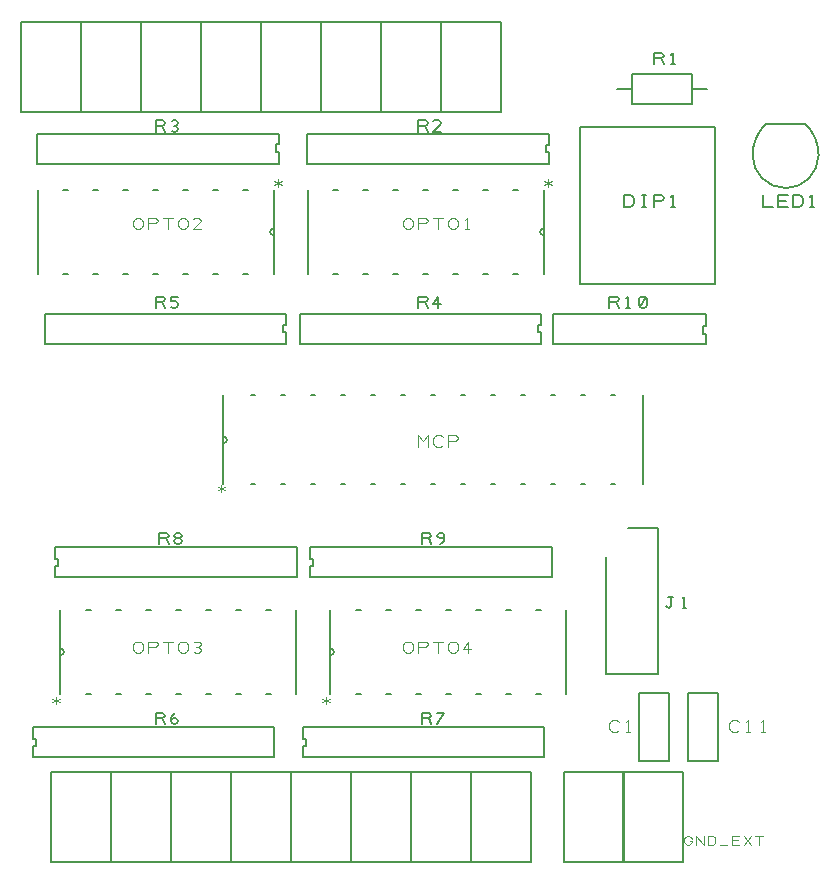
<source format=gbr>
G04 EasyPC Gerber Version 20.0.2 Build 4112 *
G04 #@! TF.Part,Single*
G04 #@! TF.FileFunction,Legend,Top *
%FSLAX35Y35*%
%MOIN*%
%ADD21C,0.00100*%
%ADD13C,0.00300*%
%ADD11C,0.00500*%
%ADD12C,0.00600*%
%ADD76C,0.00787*%
X0Y0D02*
D02*
D11*
X42750Y250407D02*
X62750D01*
Y280407*
X42750*
Y250407*
X46809Y35368D02*
X127309D01*
Y45368*
X46809*
Y41368*
X47809*
Y38868*
X46809*
Y35368*
X52809Y368D02*
X72809D01*
Y30368*
X52809*
Y368*
X54250Y95368D02*
X134750D01*
Y105368*
X54250*
Y101368*
X55250*
Y98868*
X54250*
Y95368*
X62750Y250407D02*
X82750D01*
Y280407*
X62750*
Y250407*
X72809Y368D02*
X92809D01*
Y30368*
X72809*
Y368*
X82750Y250407D02*
X102750D01*
Y280407*
X82750*
Y250407*
X87750Y46306D02*
Y50056D01*
X89937*
X90563Y49743*
X90875Y49118*
X90563Y48493*
X89937Y48181*
X87750*
X89937D02*
X90875Y46306D01*
X92750Y47243D02*
X93063Y47868D01*
X93687Y48181*
X94313*
X94937Y47868*
X95250Y47243*
X94937Y46618*
X94313Y46306*
X93687*
X93063Y46618*
X92750Y47243*
Y48181*
X93063Y49118*
X93687Y49743*
X94313Y50056*
X87750Y185056D02*
Y188806D01*
X89937*
X90563Y188493*
X90875Y187868*
X90563Y187243*
X89937Y186931*
X87750*
X89937D02*
X90875Y185056D01*
X92750Y185368D02*
X93375Y185056D01*
X94313*
X94937Y185368*
X95250Y185993*
Y186306*
X94937Y186931*
X94313Y187243*
X92750*
Y188806*
X95250*
X87750Y243806D02*
Y247556D01*
X89937*
X90563Y247243*
X90875Y246618*
X90563Y245993*
X89937Y245681*
X87750*
X89937D02*
X90875Y243806D01*
X93063Y244118D02*
X93687Y243806D01*
X94313*
X94937Y244118*
X95250Y244743*
X94937Y245368*
X94313Y245681*
X93687*
X94313D02*
X94937Y245993D01*
X95250Y246618*
X94937Y247243*
X94313Y247556*
X93687*
X93063Y247243*
X89000Y106306D02*
Y110056D01*
X91187*
X91813Y109743*
X92125Y109118*
X91813Y108493*
X91187Y108181*
X89000*
X91187D02*
X92125Y106306D01*
X94937Y108181D02*
X95563D01*
X96187Y108493*
X96500Y109118*
X96187Y109743*
X95563Y110056*
X94937*
X94313Y109743*
X94000Y109118*
X94313Y108493*
X94937Y108181*
X94313Y107868*
X94000Y107243*
X94313Y106618*
X94937Y106306*
X95563*
X96187Y106618*
X96500Y107243*
X96187Y107868*
X95563Y108181*
X92809Y368D02*
X112809D01*
Y30368*
X92809*
Y368*
X102750Y250407D02*
X122750D01*
Y280407*
X102750*
Y250407*
X112809Y368D02*
X132809D01*
Y30368*
X112809*
Y368*
X122750Y250407D02*
X142750D01*
Y280407*
X122750*
Y250407*
X128750Y243124D02*
X48250D01*
Y233124*
X128750*
Y237124*
X127750*
Y239624*
X128750*
Y243124*
X131250Y182868D02*
X50750D01*
Y172868*
X131250*
Y176868*
X130250*
Y179368*
X131250*
Y182868*
X132809Y368D02*
X152809D01*
Y30368*
X132809*
Y368*
X136809Y35368D02*
X217309D01*
Y45368*
X136809*
Y41368*
X137809*
Y38868*
X136809*
Y35368*
X139250Y95368D02*
X219750D01*
Y105368*
X139250*
Y101368*
X140250*
Y98868*
X139250*
Y95368*
X142750Y250407D02*
X162750D01*
Y280407*
X142750*
Y250407*
X152809Y368D02*
X172809D01*
Y30368*
X152809*
Y368*
X162750Y250407D02*
X182750D01*
Y280407*
X162750*
Y250407*
X172809Y368D02*
X192809D01*
Y30368*
X172809*
Y368*
X175250Y185056D02*
Y188806D01*
X177437*
X178063Y188493*
X178375Y187868*
X178063Y187243*
X177437Y186931*
X175250*
X177437D02*
X178375Y185056D01*
X181813D02*
Y188806D01*
X180250Y186306*
X182750*
X175250Y243806D02*
Y247556D01*
X177437*
X178063Y247243*
X178375Y246618*
X178063Y245993*
X177437Y245681*
X175250*
X177437D02*
X178375Y243806D01*
X182750D02*
X180250D01*
X182437Y245993*
X182750Y246618*
X182437Y247243*
X181813Y247556*
X180875*
X180250Y247243*
X176500Y46306D02*
Y50056D01*
X178687*
X179313Y49743*
X179625Y49118*
X179313Y48493*
X178687Y48181*
X176500*
X178687D02*
X179625Y46306D01*
X181500D02*
X184000Y50056D01*
X181500*
X176500Y106306D02*
Y110056D01*
X178687*
X179313Y109743*
X179625Y109118*
X179313Y108493*
X178687Y108181*
X176500*
X178687D02*
X179625Y106306D01*
X182437D02*
X183063Y106618D01*
X183687Y107243*
X184000Y108181*
Y109118*
X183687Y109743*
X183063Y110056*
X182437*
X181813Y109743*
X181500Y109118*
X181813Y108493*
X182437Y108181*
X183063*
X183687Y108493*
X184000Y109118*
X182750Y250407D02*
X202750D01*
Y280407*
X182750*
Y250407*
X192809Y368D02*
X212809D01*
Y30368*
X192809*
Y368*
X216250Y182868D02*
X135750D01*
Y172868*
X216250*
Y176868*
X215250*
Y179368*
X216250*
Y182868*
X218750Y242888D02*
X138250D01*
Y232888*
X218750*
Y236888*
X217750*
Y239388*
X218750*
Y242888*
X223754Y250D02*
X243754D01*
Y30250*
X223754*
Y250*
X239000Y185056D02*
Y188806D01*
X241187*
X241813Y188493*
X242125Y187868*
X241813Y187243*
X241187Y186931*
X239000*
X241187D02*
X242125Y185056D01*
X244625D02*
X245875D01*
X245250D02*
Y188806D01*
X244625Y188181*
X249313Y185368D02*
X249937Y185056D01*
X250563*
X251187Y185368*
X251500Y185993*
Y187868*
X251187Y188493*
X250563Y188806*
X249937*
X249313Y188493*
X249000Y187868*
Y185993*
X249313Y185368*
X251187Y188493*
X243596Y250D02*
X263596D01*
Y30250*
X243596*
Y250*
X244000Y218806D02*
Y222556D01*
X245875*
X246500Y222243*
X246813Y221931*
X247125Y221306*
Y220056*
X246813Y219431*
X246500Y219118*
X245875Y218806*
X244000*
X249937D02*
X251187D01*
X250563D02*
Y222556D01*
X249937D02*
X251187D01*
X254000Y218806D02*
Y222556D01*
X256187*
X256813Y222243*
X257125Y221618*
X256813Y220993*
X256187Y220681*
X254000*
X259625Y218806D02*
X260875D01*
X260250D02*
Y222556D01*
X259625Y221931*
X246500Y257868D02*
X241500D01*
X249000Y56618D02*
Y34118D01*
X259000*
Y56618*
X249000*
X254000Y266306D02*
Y270056D01*
X256187*
X256813Y269743*
X257125Y269118*
X256813Y268493*
X256187Y268181*
X254000*
X256187D02*
X257125Y266306D01*
X259625D02*
X260875D01*
X260250D02*
Y270056D01*
X259625Y269431*
X257750Y85681D02*
X258063Y85368D01*
X258687Y85056*
X259313Y85368*
X259625Y85681*
Y88806*
X260250*
X259625D02*
X258375D01*
X263375Y85056D02*
X264625D01*
X264000D02*
Y88806D01*
X263375Y88181*
X265250Y56618D02*
Y34118D01*
X275250*
Y56618*
X265250*
X266500Y262868D02*
Y252868D01*
X246500*
Y262868*
X266500*
X271250Y182868D02*
X220250D01*
Y172868*
X271250*
Y176368*
X270250*
Y178868*
X271250*
Y182868*
X271500Y257868D02*
X266500D01*
X274138Y245152D02*
Y192868D01*
X229256*
Y245152*
X274138*
X286700Y235947D02*
G75*
G03X297700Y224947I11000D01*
G01*
G75*
G03X308700Y235947J11000*
G01*
G75*
G03X304400Y246247I-14583J-41*
G01*
X291000*
G75*
G03X286700Y235947I10283J-10341*
G01*
X290250Y222556D02*
Y218806D01*
X293375*
X295250D02*
Y222556D01*
X298375*
X297750Y220681D02*
X295250D01*
Y218806D02*
X298375D01*
X300250D02*
Y222556D01*
X302125*
X302750Y222243*
X303063Y221931*
X303375Y221306*
Y220056*
X303063Y219431*
X302750Y219118*
X302125Y218806*
X300250*
X305875D02*
X307125D01*
X306500D02*
Y222556D01*
X305875Y221931*
D02*
D12*
X48400Y224368D02*
Y196368D01*
X55900Y69168D02*
G75*
G03Y71568J1200D01*
G01*
Y84368D02*
Y56368D01*
X56943Y196368D02*
X58557D01*
Y224368D02*
X56943D01*
X64560Y56368D02*
X66057D01*
Y84368D02*
X64443D01*
X66943Y196368D02*
X68557D01*
Y224368D02*
X66943D01*
X74443Y56368D02*
X76057D01*
Y84368D02*
X74443D01*
X76943Y196368D02*
X78557D01*
Y224368D02*
X76943D01*
X84443Y56368D02*
X86057D01*
Y84368D02*
X84443D01*
X86943Y196368D02*
X88557D01*
Y224368D02*
X86943D01*
X94443Y56368D02*
X96057D01*
Y84368D02*
X94443D01*
X96943Y196368D02*
X98557D01*
Y224368D02*
X96943D01*
X104443Y56368D02*
X106057D01*
Y84368D02*
X104443D01*
X106943Y196368D02*
X108557D01*
Y224368D02*
X106943D01*
X110250Y139868D02*
G75*
G03Y142268J1200D01*
G01*
Y155818D02*
Y126318D01*
X114443Y56368D02*
X116057D01*
Y84368D02*
X114443D01*
X116943Y196368D02*
X118557D01*
X118440Y224368D02*
X116943D01*
X119510Y126318D02*
X120997D01*
Y155818D02*
X119503D01*
X124443Y56368D02*
X126057D01*
Y84368D02*
X124443D01*
X127100Y196368D02*
Y224368D01*
Y211568D02*
G75*
G03Y209168J-1200D01*
G01*
X129503Y126318D02*
X130997D01*
Y155818D02*
X129503D01*
X134600Y56368D02*
Y84368D01*
X138400Y224368D02*
Y196368D01*
X139503Y126318D02*
X140997D01*
Y155818D02*
X139503D01*
X145900Y69168D02*
G75*
G03Y71568J1200D01*
G01*
Y84368D02*
Y56368D01*
X146943Y196368D02*
X148557D01*
Y224368D02*
X146943D01*
X149503Y126318D02*
X150997D01*
Y155818D02*
X149503D01*
X154560Y56368D02*
X156057D01*
Y84368D02*
X154443D01*
X156943Y196368D02*
X158557D01*
Y224368D02*
X156943D01*
X159503Y126318D02*
X160997D01*
Y155818D02*
X159503D01*
X164443Y56368D02*
X166057D01*
Y84368D02*
X164443D01*
X166943Y196368D02*
X168557D01*
Y224368D02*
X166943D01*
X169503Y126318D02*
X170997D01*
Y155818D02*
X169503D01*
X174443Y56368D02*
X176057D01*
Y84368D02*
X174443D01*
X176943Y196368D02*
X178557D01*
Y224368D02*
X176943D01*
X179503Y126318D02*
X180997D01*
Y155818D02*
X179503D01*
X184443Y56368D02*
X186057D01*
Y84368D02*
X184443D01*
X186943Y196368D02*
X188557D01*
Y224368D02*
X186943D01*
X189503Y126318D02*
X190997D01*
Y155818D02*
X189503D01*
X194443Y56368D02*
X196057D01*
Y84368D02*
X194443D01*
X196943Y196368D02*
X198557D01*
Y224368D02*
X196943D01*
X199503Y126318D02*
X200997D01*
Y155818D02*
X199503D01*
X204443Y56368D02*
X206057D01*
Y84368D02*
X204443D01*
X206943Y196368D02*
X208557D01*
X208440Y224368D02*
X206943D01*
X209503Y126318D02*
X210997D01*
Y155818D02*
X209503D01*
X214443Y56368D02*
X216057D01*
Y84368D02*
X214443D01*
X217100Y196368D02*
Y224368D01*
Y211568D02*
G75*
G03Y209168J-1200D01*
G01*
X219503Y126318D02*
X220997D01*
Y155818D02*
X219503D01*
X224600Y56368D02*
Y84368D01*
X229503Y126318D02*
X230997D01*
Y155818D02*
X229503D01*
X239503Y126318D02*
X240997D01*
Y155818D02*
X239503D01*
X250250Y126318D02*
Y155818D01*
D02*
D13*
X54563Y52868D02*
Y55368D01*
X55813Y53493D02*
X53313Y54743D01*
Y53493D02*
X55813Y54743D01*
X80250Y71306D02*
Y72556D01*
X80563Y73181*
X80875Y73493*
X81500Y73806*
X82125*
X82750Y73493*
X83063Y73181*
X83375Y72556*
Y71306*
X83063Y70681*
X82750Y70368*
X82125Y70056*
X81500*
X80875Y70368*
X80563Y70681*
X80250Y71306*
X85250Y70056D02*
Y73806D01*
X87437*
X88063Y73493*
X88375Y72868*
X88063Y72243*
X87437Y71931*
X85250*
X91813Y70056D02*
Y73806D01*
X90250D02*
X93375D01*
X95250Y71306D02*
Y72556D01*
X95563Y73181*
X95875Y73493*
X96500Y73806*
X97125*
X97750Y73493*
X98063Y73181*
X98375Y72556*
Y71306*
X98063Y70681*
X97750Y70368*
X97125Y70056*
X96500*
X95875Y70368*
X95563Y70681*
X95250Y71306*
X100563Y70368D02*
X101187Y70056D01*
X101813*
X102437Y70368*
X102750Y70993*
X102437Y71618*
X101813Y71931*
X101187*
X101813D02*
X102437Y72243D01*
X102750Y72868*
X102437Y73493*
X101813Y73806*
X101187*
X100563Y73493*
X80250Y212556D02*
Y213806D01*
X80563Y214431*
X80875Y214743*
X81500Y215056*
X82125*
X82750Y214743*
X83063Y214431*
X83375Y213806*
Y212556*
X83063Y211931*
X82750Y211618*
X82125Y211306*
X81500*
X80875Y211618*
X80563Y211931*
X80250Y212556*
X85250Y211306D02*
Y215056D01*
X87437*
X88063Y214743*
X88375Y214118*
X88063Y213493*
X87437Y213181*
X85250*
X91813Y211306D02*
Y215056D01*
X90250D02*
X93375D01*
X95250Y212556D02*
Y213806D01*
X95563Y214431*
X95875Y214743*
X96500Y215056*
X97125*
X97750Y214743*
X98063Y214431*
X98375Y213806*
Y212556*
X98063Y211931*
X97750Y211618*
X97125Y211306*
X96500*
X95875Y211618*
X95563Y211931*
X95250Y212556*
X102750Y211306D02*
X100250D01*
X102437Y213493*
X102750Y214118*
X102437Y214743*
X101813Y215056*
X100875*
X100250Y214743*
X109613Y123568D02*
Y126068D01*
X110863Y124193D02*
X108363Y125443D01*
Y124193D02*
X110863Y125443D01*
X128437Y227868D02*
Y225368D01*
X127187Y227243D02*
X129687Y225993D01*
Y227243D02*
X127187Y225993D01*
X144563Y52868D02*
Y55368D01*
X145813Y53493D02*
X143313Y54743D01*
Y53493D02*
X145813Y54743D01*
X170250Y71306D02*
Y72556D01*
X170563Y73181*
X170875Y73493*
X171500Y73806*
X172125*
X172750Y73493*
X173063Y73181*
X173375Y72556*
Y71306*
X173063Y70681*
X172750Y70368*
X172125Y70056*
X171500*
X170875Y70368*
X170563Y70681*
X170250Y71306*
X175250Y70056D02*
Y73806D01*
X177437*
X178063Y73493*
X178375Y72868*
X178063Y72243*
X177437Y71931*
X175250*
X181813Y70056D02*
Y73806D01*
X180250D02*
X183375D01*
X185250Y71306D02*
Y72556D01*
X185563Y73181*
X185875Y73493*
X186500Y73806*
X187125*
X187750Y73493*
X188063Y73181*
X188375Y72556*
Y71306*
X188063Y70681*
X187750Y70368*
X187125Y70056*
X186500*
X185875Y70368*
X185563Y70681*
X185250Y71306*
X191813Y70056D02*
Y73806D01*
X190250Y71306*
X192750*
X170250Y212556D02*
Y213806D01*
X170563Y214431*
X170875Y214743*
X171500Y215056*
X172125*
X172750Y214743*
X173063Y214431*
X173375Y213806*
Y212556*
X173063Y211931*
X172750Y211618*
X172125Y211306*
X171500*
X170875Y211618*
X170563Y211931*
X170250Y212556*
X175250Y211306D02*
Y215056D01*
X177437*
X178063Y214743*
X178375Y214118*
X178063Y213493*
X177437Y213181*
X175250*
X181813Y211306D02*
Y215056D01*
X180250D02*
X183375D01*
X185250Y212556D02*
Y213806D01*
X185563Y214431*
X185875Y214743*
X186500Y215056*
X187125*
X187750Y214743*
X188063Y214431*
X188375Y213806*
Y212556*
X188063Y211931*
X187750Y211618*
X187125Y211306*
X186500*
X185875Y211618*
X185563Y211931*
X185250Y212556*
X190875Y211306D02*
X192125D01*
X191500D02*
Y215056D01*
X190875Y214431*
X175250Y138806D02*
Y142556D01*
X176813Y140681*
X178375Y142556*
Y138806*
X183375Y139431D02*
X183063Y139118D01*
X182437Y138806*
X181500*
X180875Y139118*
X180563Y139431*
X180250Y140056*
Y141306*
X180563Y141931*
X180875Y142243*
X181500Y142556*
X182437*
X183063Y142243*
X183375Y141931*
X185250Y138806D02*
Y142556D01*
X187437*
X188063Y142243*
X188375Y141618*
X188063Y140993*
X187437Y140681*
X185250*
X218437Y227868D02*
Y225368D01*
X217187Y227243D02*
X219687Y225993D01*
Y227243D02*
X217187Y225993D01*
X242125Y44431D02*
X241813Y44118D01*
X241187Y43806*
X240250*
X239625Y44118*
X239313Y44431*
X239000Y45056*
Y46306*
X239313Y46931*
X239625Y47243*
X240250Y47556*
X241187*
X241813Y47243*
X242125Y46931*
X244625Y43806D02*
X245875D01*
X245250D02*
Y47556D01*
X244625Y46931*
X282125Y44431D02*
X281813Y44118D01*
X281187Y43806*
X280250*
X279625Y44118*
X279313Y44431*
X279000Y45056*
Y46306*
X279313Y46931*
X279625Y47243*
X280250Y47556*
X281187*
X281813Y47243*
X282125Y46931*
X284625Y43806D02*
X285875D01*
X285250D02*
Y47556D01*
X284625Y46931*
X289625Y43806D02*
X290875D01*
X290250D02*
Y47556D01*
X289625Y46931*
D02*
D21*
X265722Y7337D02*
X266461D01*
Y7091*
X266215Y6598*
X265969Y6352*
X265476Y6106*
X264984*
X264492Y6352*
X264246Y6598*
X264000Y7091*
Y8075*
X264246Y8567*
X264492Y8813*
X264984Y9059*
X265476*
X265969Y8813*
X266215Y8567*
X266461Y8075*
X267937Y6106D02*
Y9059D01*
X270398Y6106*
Y9059*
X271874Y6106D02*
Y9059D01*
X273350*
X273843Y8813*
X274089Y8567*
X274335Y8075*
Y7091*
X274089Y6598*
X273843Y6352*
X273350Y6106*
X271874*
X275811D02*
X278272D01*
X279748D02*
Y9059D01*
X282209*
X281717Y7583D02*
X279748D01*
Y6106D02*
X282209D01*
X283685D02*
X286146Y9059D01*
X283685D02*
X286146Y6106D01*
X288852D02*
Y9059D01*
X287622D02*
X290083D01*
D02*
D76*
X237750Y102061D02*
Y62888D01*
X255250*
Y111707*
X245250*
X0Y0D02*
M02*

</source>
